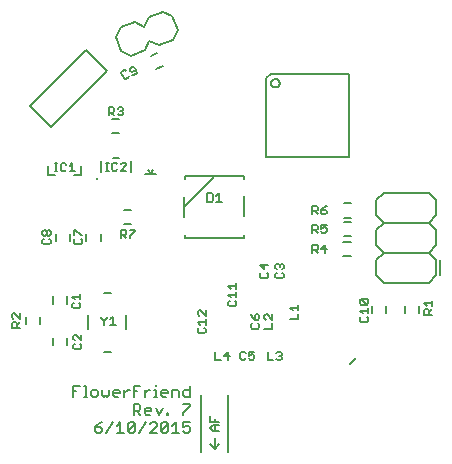
<source format=gto>
G75*
%MOIN*%
%OFA0B0*%
%FSLAX25Y25*%
%IPPOS*%
%LPD*%
%AMOC8*
5,1,8,0,0,1.08239X$1,22.5*
%
%ADD10C,0.00500*%
%ADD11C,0.00600*%
%ADD12C,0.00800*%
%ADD13C,0.01000*%
D10*
X0037906Y0057932D02*
X0039708Y0057932D01*
X0040158Y0058382D01*
X0040158Y0059283D01*
X0039708Y0059733D01*
X0040158Y0060878D02*
X0038357Y0062680D01*
X0037906Y0062680D01*
X0037456Y0062229D01*
X0037456Y0061328D01*
X0037906Y0060878D01*
X0037906Y0059733D02*
X0037456Y0059283D01*
X0037456Y0058382D01*
X0037906Y0057932D01*
X0040158Y0060878D02*
X0040158Y0062680D01*
X0046816Y0068226D02*
X0046816Y0068676D01*
X0046816Y0068226D02*
X0047716Y0067325D01*
X0047716Y0065974D01*
X0047716Y0067325D02*
X0048617Y0068226D01*
X0048617Y0068676D01*
X0049762Y0067776D02*
X0050663Y0068676D01*
X0050663Y0065974D01*
X0049762Y0065974D02*
X0051564Y0065974D01*
X0039829Y0072018D02*
X0039829Y0072918D01*
X0039378Y0073369D01*
X0039829Y0074514D02*
X0039829Y0076315D01*
X0039829Y0075414D02*
X0037127Y0075414D01*
X0038027Y0074514D01*
X0037577Y0073369D02*
X0037127Y0072918D01*
X0037127Y0072018D01*
X0037577Y0071567D01*
X0039378Y0071567D01*
X0039829Y0072018D01*
X0019569Y0069799D02*
X0019569Y0067998D01*
X0017768Y0069799D01*
X0017318Y0069799D01*
X0016867Y0069349D01*
X0016867Y0068448D01*
X0017318Y0067998D01*
X0017318Y0066853D02*
X0018218Y0066853D01*
X0018669Y0066403D01*
X0018669Y0065051D01*
X0019569Y0065051D02*
X0016867Y0065051D01*
X0016867Y0066403D01*
X0017318Y0066853D01*
X0018669Y0065952D02*
X0019569Y0066853D01*
X0027642Y0092807D02*
X0029444Y0092807D01*
X0029894Y0093258D01*
X0029894Y0094158D01*
X0029444Y0094609D01*
X0029444Y0095754D02*
X0028994Y0095754D01*
X0028543Y0096204D01*
X0028543Y0097105D01*
X0028994Y0097555D01*
X0029444Y0097555D01*
X0029894Y0097105D01*
X0029894Y0096204D01*
X0029444Y0095754D01*
X0028543Y0096204D02*
X0028093Y0095754D01*
X0027642Y0095754D01*
X0027192Y0096204D01*
X0027192Y0097105D01*
X0027642Y0097555D01*
X0028093Y0097555D01*
X0028543Y0097105D01*
X0027642Y0094609D02*
X0027192Y0094158D01*
X0027192Y0093258D01*
X0027642Y0092807D01*
X0037643Y0093374D02*
X0038094Y0092923D01*
X0039895Y0092923D01*
X0040346Y0093374D01*
X0040346Y0094274D01*
X0039895Y0094725D01*
X0039895Y0095870D02*
X0040346Y0095870D01*
X0039895Y0095870D02*
X0038094Y0097671D01*
X0037643Y0097671D01*
X0037643Y0095870D01*
X0038094Y0094725D02*
X0037643Y0094274D01*
X0037643Y0093374D01*
X0053290Y0094991D02*
X0053290Y0097693D01*
X0054641Y0097693D01*
X0055091Y0097243D01*
X0055091Y0096342D01*
X0054641Y0095892D01*
X0053290Y0095892D01*
X0054190Y0095892D02*
X0055091Y0094991D01*
X0056236Y0094991D02*
X0056236Y0095442D01*
X0058038Y0097243D01*
X0058038Y0097693D01*
X0056236Y0097693D01*
X0055079Y0117367D02*
X0053277Y0117367D01*
X0055079Y0119169D01*
X0055079Y0119619D01*
X0054628Y0120070D01*
X0053728Y0120070D01*
X0053277Y0119619D01*
X0052132Y0119619D02*
X0051682Y0120070D01*
X0050781Y0120070D01*
X0050331Y0119619D01*
X0050331Y0117818D01*
X0050781Y0117367D01*
X0051682Y0117367D01*
X0052132Y0117818D01*
X0049267Y0117367D02*
X0048366Y0117367D01*
X0048817Y0117367D02*
X0048817Y0120070D01*
X0049267Y0120070D02*
X0048366Y0120070D01*
X0038004Y0117156D02*
X0036202Y0117156D01*
X0037103Y0117156D02*
X0037103Y0119858D01*
X0036202Y0118957D01*
X0035057Y0119408D02*
X0034607Y0119858D01*
X0033706Y0119858D01*
X0033256Y0119408D01*
X0033256Y0117606D01*
X0033706Y0117156D01*
X0034607Y0117156D01*
X0035057Y0117606D01*
X0032192Y0117156D02*
X0031292Y0117156D01*
X0031742Y0117156D02*
X0031742Y0119858D01*
X0031292Y0119858D02*
X0032192Y0119858D01*
X0030145Y0131817D02*
X0048797Y0150469D01*
X0041559Y0157707D01*
X0022907Y0139055D01*
X0030145Y0131817D01*
X0049247Y0135812D02*
X0049247Y0138515D01*
X0050598Y0138515D01*
X0051048Y0138064D01*
X0051048Y0137164D01*
X0050598Y0136713D01*
X0049247Y0136713D01*
X0050147Y0136713D02*
X0051048Y0135812D01*
X0052193Y0136263D02*
X0052643Y0135812D01*
X0053544Y0135812D01*
X0053995Y0136263D01*
X0053995Y0136713D01*
X0053544Y0137164D01*
X0053094Y0137164D01*
X0053544Y0137164D02*
X0053995Y0137614D01*
X0053995Y0138064D01*
X0053544Y0138515D01*
X0052643Y0138515D01*
X0052193Y0138064D01*
X0054793Y0148006D02*
X0055626Y0148351D01*
X0055869Y0148939D01*
X0056927Y0149378D02*
X0057516Y0149134D01*
X0058348Y0149479D01*
X0058592Y0150067D01*
X0057902Y0151731D01*
X0057314Y0151975D01*
X0056482Y0151630D01*
X0056238Y0151042D01*
X0056410Y0150626D01*
X0056999Y0150382D01*
X0058247Y0150899D01*
X0055180Y0150604D02*
X0054592Y0150848D01*
X0053759Y0150503D01*
X0053516Y0149914D01*
X0054205Y0148250D01*
X0054793Y0148006D01*
X0082190Y0109781D02*
X0083541Y0109781D01*
X0083991Y0109330D01*
X0083991Y0107529D01*
X0083541Y0107079D01*
X0082190Y0107079D01*
X0082190Y0109781D01*
X0085136Y0108880D02*
X0086037Y0109781D01*
X0086037Y0107079D01*
X0085136Y0107079D02*
X0086938Y0107079D01*
X0099727Y0085818D02*
X0101079Y0084467D01*
X0101079Y0086268D01*
X0102430Y0085818D02*
X0099727Y0085818D01*
X0100178Y0083322D02*
X0099727Y0082871D01*
X0099727Y0081971D01*
X0100178Y0081520D01*
X0101979Y0081520D01*
X0102430Y0081971D01*
X0102430Y0082871D01*
X0101979Y0083322D01*
X0104850Y0082867D02*
X0104850Y0081966D01*
X0105300Y0081516D01*
X0107101Y0081516D01*
X0107552Y0081966D01*
X0107552Y0082867D01*
X0107101Y0083318D01*
X0107101Y0084463D02*
X0107552Y0084913D01*
X0107552Y0085814D01*
X0107101Y0086264D01*
X0106651Y0086264D01*
X0106201Y0085814D01*
X0106201Y0085363D01*
X0106201Y0085814D02*
X0105750Y0086264D01*
X0105300Y0086264D01*
X0104850Y0085814D01*
X0104850Y0084913D01*
X0105300Y0084463D01*
X0105300Y0083318D02*
X0104850Y0082867D01*
X0112408Y0072658D02*
X0112408Y0070856D01*
X0112408Y0071757D02*
X0109706Y0071757D01*
X0110607Y0070856D01*
X0112408Y0069711D02*
X0112408Y0067910D01*
X0109706Y0067910D01*
X0103842Y0067711D02*
X0102040Y0069513D01*
X0101590Y0069513D01*
X0101140Y0069062D01*
X0101140Y0068162D01*
X0101590Y0067711D01*
X0103842Y0067711D02*
X0103842Y0069513D01*
X0103842Y0066566D02*
X0103842Y0064765D01*
X0101140Y0064765D01*
X0099323Y0065164D02*
X0099323Y0066064D01*
X0098873Y0066515D01*
X0098873Y0067660D02*
X0099323Y0068110D01*
X0099323Y0069011D01*
X0098873Y0069461D01*
X0098423Y0069461D01*
X0097972Y0069011D01*
X0097972Y0067660D01*
X0098873Y0067660D01*
X0097972Y0067660D02*
X0097071Y0068561D01*
X0096621Y0069461D01*
X0097071Y0066515D02*
X0096621Y0066064D01*
X0096621Y0065164D01*
X0097071Y0064713D01*
X0098873Y0064713D01*
X0099323Y0065164D01*
X0091843Y0072644D02*
X0091843Y0073545D01*
X0091393Y0073995D01*
X0091843Y0075140D02*
X0091843Y0076942D01*
X0091843Y0076041D02*
X0089141Y0076041D01*
X0090041Y0075140D01*
X0089591Y0073995D02*
X0089141Y0073545D01*
X0089141Y0072644D01*
X0089591Y0072194D01*
X0091393Y0072194D01*
X0091843Y0072644D01*
X0091843Y0078087D02*
X0091843Y0079888D01*
X0091843Y0078987D02*
X0089141Y0078987D01*
X0090041Y0078087D01*
X0081607Y0070833D02*
X0081607Y0069031D01*
X0079805Y0070833D01*
X0079355Y0070833D01*
X0078904Y0070383D01*
X0078904Y0069482D01*
X0079355Y0069031D01*
X0078904Y0066986D02*
X0081607Y0066986D01*
X0081607Y0066085D02*
X0081607Y0067887D01*
X0079805Y0066085D02*
X0078904Y0066986D01*
X0079355Y0064940D02*
X0078904Y0064490D01*
X0078904Y0063589D01*
X0079355Y0063138D01*
X0081156Y0063138D01*
X0081607Y0063589D01*
X0081607Y0064490D01*
X0081156Y0064940D01*
X0084826Y0057092D02*
X0084826Y0054389D01*
X0086627Y0054389D01*
X0087772Y0055740D02*
X0089574Y0055740D01*
X0089124Y0054389D02*
X0089124Y0057092D01*
X0087772Y0055740D01*
X0093094Y0054840D02*
X0093544Y0054389D01*
X0094445Y0054389D01*
X0094895Y0054840D01*
X0096040Y0054840D02*
X0096491Y0054389D01*
X0097391Y0054389D01*
X0097842Y0054840D01*
X0097842Y0055740D01*
X0097391Y0056191D01*
X0096941Y0056191D01*
X0096040Y0055740D01*
X0096040Y0057092D01*
X0097842Y0057092D01*
X0094895Y0056641D02*
X0094445Y0057092D01*
X0093544Y0057092D01*
X0093094Y0056641D01*
X0093094Y0054840D01*
X0102216Y0054268D02*
X0104017Y0054268D01*
X0105162Y0054719D02*
X0105613Y0054268D01*
X0106513Y0054268D01*
X0106964Y0054719D01*
X0106964Y0055169D01*
X0106513Y0055619D01*
X0106063Y0055619D01*
X0106513Y0055619D02*
X0106964Y0056070D01*
X0106964Y0056520D01*
X0106513Y0056971D01*
X0105613Y0056971D01*
X0105162Y0056520D01*
X0102216Y0056971D02*
X0102216Y0054268D01*
X0084542Y0034609D02*
X0084542Y0033708D01*
X0084542Y0032563D02*
X0084542Y0030762D01*
X0084092Y0030762D02*
X0085893Y0030762D01*
X0084092Y0030762D02*
X0083191Y0031662D01*
X0084092Y0032563D01*
X0085893Y0032563D01*
X0085893Y0033708D02*
X0083191Y0033708D01*
X0083191Y0035510D01*
X0132967Y0067323D02*
X0133417Y0066873D01*
X0135219Y0066873D01*
X0135669Y0067323D01*
X0135669Y0068224D01*
X0135219Y0068674D01*
X0135669Y0069819D02*
X0135669Y0071621D01*
X0135669Y0070720D02*
X0132967Y0070720D01*
X0133868Y0069819D01*
X0133417Y0068674D02*
X0132967Y0068224D01*
X0132967Y0067323D01*
X0133417Y0072766D02*
X0132967Y0073216D01*
X0132967Y0074117D01*
X0133417Y0074567D01*
X0135219Y0072766D01*
X0135669Y0073216D01*
X0135669Y0074117D01*
X0135219Y0074567D01*
X0133417Y0074567D01*
X0133417Y0072766D02*
X0135219Y0072766D01*
X0121483Y0089975D02*
X0121483Y0092678D01*
X0120132Y0091326D01*
X0121934Y0091326D01*
X0118987Y0091326D02*
X0118537Y0090876D01*
X0117186Y0090876D01*
X0118086Y0090876D02*
X0118987Y0089975D01*
X0118987Y0091326D02*
X0118987Y0092227D01*
X0118537Y0092678D01*
X0117186Y0092678D01*
X0117186Y0089975D01*
X0117121Y0096727D02*
X0117121Y0099429D01*
X0118472Y0099429D01*
X0118923Y0098978D01*
X0118923Y0098078D01*
X0118472Y0097627D01*
X0117121Y0097627D01*
X0118022Y0097627D02*
X0118923Y0096727D01*
X0120068Y0097177D02*
X0120518Y0096727D01*
X0121419Y0096727D01*
X0121869Y0097177D01*
X0121869Y0098078D01*
X0121419Y0098528D01*
X0120968Y0098528D01*
X0120068Y0098078D01*
X0120068Y0099429D01*
X0121869Y0099429D01*
X0121419Y0102968D02*
X0121869Y0103418D01*
X0121869Y0103868D01*
X0121419Y0104319D01*
X0120068Y0104319D01*
X0120068Y0103418D01*
X0120518Y0102968D01*
X0121419Y0102968D01*
X0120068Y0104319D02*
X0120969Y0105219D01*
X0121869Y0105670D01*
X0118923Y0105219D02*
X0118923Y0104319D01*
X0118472Y0103868D01*
X0117121Y0103868D01*
X0117121Y0102968D02*
X0117121Y0105670D01*
X0118472Y0105670D01*
X0118923Y0105219D01*
X0118022Y0103868D02*
X0118923Y0102968D01*
X0154324Y0073162D02*
X0157027Y0073162D01*
X0157027Y0072261D02*
X0157027Y0074063D01*
X0155225Y0072261D02*
X0154324Y0073162D01*
X0154775Y0071116D02*
X0155675Y0071116D01*
X0156126Y0070666D01*
X0156126Y0069315D01*
X0156126Y0070215D02*
X0157027Y0071116D01*
X0157027Y0069315D02*
X0154324Y0069315D01*
X0154324Y0070666D01*
X0154775Y0071116D01*
D11*
X0037306Y0045477D02*
X0037306Y0042074D01*
X0037306Y0043776D02*
X0038440Y0043776D01*
X0037306Y0045477D02*
X0039574Y0045477D01*
X0040989Y0045477D02*
X0041556Y0045477D01*
X0041556Y0042074D01*
X0040989Y0042074D02*
X0042123Y0042074D01*
X0043444Y0042641D02*
X0043444Y0043776D01*
X0044011Y0044343D01*
X0045146Y0044343D01*
X0045713Y0043776D01*
X0045713Y0042641D01*
X0045146Y0042074D01*
X0044011Y0042074D01*
X0043444Y0042641D01*
X0047127Y0042641D02*
X0047694Y0042074D01*
X0048262Y0042641D01*
X0048829Y0042074D01*
X0049396Y0042641D01*
X0049396Y0044343D01*
X0050810Y0043776D02*
X0050810Y0042641D01*
X0051378Y0042074D01*
X0052512Y0042074D01*
X0053079Y0043209D02*
X0050810Y0043209D01*
X0050810Y0043776D02*
X0051378Y0044343D01*
X0052512Y0044343D01*
X0053079Y0043776D01*
X0053079Y0043209D01*
X0054494Y0043209D02*
X0055628Y0044343D01*
X0056195Y0044343D01*
X0057563Y0043776D02*
X0058697Y0043776D01*
X0057563Y0045477D02*
X0057563Y0042074D01*
X0057563Y0039477D02*
X0059264Y0039477D01*
X0059831Y0038910D01*
X0059831Y0037776D01*
X0059264Y0037209D01*
X0057563Y0037209D01*
X0058697Y0037209D02*
X0059831Y0036074D01*
X0061246Y0036641D02*
X0061246Y0037776D01*
X0061813Y0038343D01*
X0062947Y0038343D01*
X0063515Y0037776D01*
X0063515Y0037209D01*
X0061246Y0037209D01*
X0061246Y0036641D02*
X0061813Y0036074D01*
X0062947Y0036074D01*
X0064929Y0038343D02*
X0066063Y0036074D01*
X0067198Y0038343D01*
X0068612Y0036641D02*
X0069179Y0036641D01*
X0069179Y0036074D01*
X0068612Y0036074D01*
X0068612Y0036641D01*
X0068472Y0033477D02*
X0067338Y0033477D01*
X0066771Y0032910D01*
X0066771Y0030641D01*
X0069039Y0032910D01*
X0069039Y0030641D01*
X0068472Y0030074D01*
X0067338Y0030074D01*
X0066771Y0030641D01*
X0065356Y0030074D02*
X0063088Y0030074D01*
X0065356Y0032343D01*
X0065356Y0032910D01*
X0064789Y0033477D01*
X0063655Y0033477D01*
X0063088Y0032910D01*
X0061673Y0033477D02*
X0059404Y0030074D01*
X0057990Y0030641D02*
X0057423Y0030074D01*
X0056288Y0030074D01*
X0055721Y0030641D01*
X0057990Y0032910D01*
X0057990Y0030641D01*
X0055721Y0030641D02*
X0055721Y0032910D01*
X0056288Y0033477D01*
X0057423Y0033477D01*
X0057990Y0032910D01*
X0057563Y0036074D02*
X0057563Y0039477D01*
X0054494Y0042074D02*
X0054494Y0044343D01*
X0057563Y0045477D02*
X0059831Y0045477D01*
X0061246Y0044343D02*
X0061246Y0042074D01*
X0061246Y0043209D02*
X0062380Y0044343D01*
X0062947Y0044343D01*
X0064315Y0044343D02*
X0064882Y0044343D01*
X0064882Y0042074D01*
X0064315Y0042074D02*
X0065450Y0042074D01*
X0066771Y0042641D02*
X0066771Y0043776D01*
X0067338Y0044343D01*
X0068472Y0044343D01*
X0069039Y0043776D01*
X0069039Y0043209D01*
X0066771Y0043209D01*
X0066771Y0042641D02*
X0067338Y0042074D01*
X0068472Y0042074D01*
X0070454Y0042074D02*
X0070454Y0044343D01*
X0072155Y0044343D01*
X0072722Y0043776D01*
X0072722Y0042074D01*
X0074137Y0042641D02*
X0074137Y0043776D01*
X0074704Y0044343D01*
X0076406Y0044343D01*
X0076406Y0045477D02*
X0076406Y0042074D01*
X0074704Y0042074D01*
X0074137Y0042641D01*
X0074137Y0039477D02*
X0076406Y0039477D01*
X0076406Y0038910D01*
X0074137Y0036641D01*
X0074137Y0036074D01*
X0074137Y0033477D02*
X0074137Y0031776D01*
X0075271Y0032343D01*
X0075838Y0032343D01*
X0076406Y0031776D01*
X0076406Y0030641D01*
X0075838Y0030074D01*
X0074704Y0030074D01*
X0074137Y0030641D01*
X0072722Y0030074D02*
X0070454Y0030074D01*
X0071588Y0030074D02*
X0071588Y0033477D01*
X0070454Y0032343D01*
X0069039Y0032910D02*
X0068472Y0033477D01*
X0074137Y0033477D02*
X0076406Y0033477D01*
X0064882Y0045477D02*
X0064882Y0046044D01*
X0053172Y0033477D02*
X0053172Y0030074D01*
X0052038Y0030074D02*
X0054307Y0030074D01*
X0052038Y0032343D02*
X0053172Y0033477D01*
X0050624Y0033477D02*
X0048355Y0030074D01*
X0046940Y0030641D02*
X0046940Y0031209D01*
X0046373Y0031776D01*
X0044672Y0031776D01*
X0044672Y0030641D01*
X0045239Y0030074D01*
X0046373Y0030074D01*
X0046940Y0030641D01*
X0045806Y0032910D02*
X0044672Y0031776D01*
X0045806Y0032910D02*
X0046940Y0033477D01*
X0047127Y0042641D02*
X0047127Y0044343D01*
X0035394Y0059302D02*
X0035394Y0061664D01*
X0030670Y0061664D02*
X0030670Y0059302D01*
X0026373Y0066163D02*
X0026373Y0068526D01*
X0021649Y0068526D02*
X0021649Y0066163D01*
X0030670Y0073081D02*
X0030670Y0075444D01*
X0035394Y0075444D02*
X0035394Y0073081D01*
X0036313Y0093818D02*
X0036313Y0096180D01*
X0031588Y0096180D02*
X0031588Y0093818D01*
X0041843Y0093827D02*
X0041843Y0096190D01*
X0046567Y0096190D02*
X0046567Y0093827D01*
X0054292Y0099491D02*
X0056654Y0099491D01*
X0056654Y0104216D02*
X0054292Y0104216D01*
X0052789Y0129826D02*
X0050427Y0129826D01*
X0050427Y0134550D02*
X0052789Y0134550D01*
X0065128Y0151231D02*
X0067311Y0152135D01*
X0065503Y0156500D02*
X0063320Y0155596D01*
X0101841Y0148138D02*
X0101841Y0121937D01*
X0129440Y0121937D01*
X0129440Y0149535D01*
X0103239Y0149535D01*
X0101841Y0148138D01*
X0103427Y0146536D02*
X0103429Y0146611D01*
X0103435Y0146685D01*
X0103445Y0146759D01*
X0103458Y0146832D01*
X0103476Y0146905D01*
X0103497Y0146976D01*
X0103522Y0147047D01*
X0103551Y0147116D01*
X0103584Y0147183D01*
X0103620Y0147248D01*
X0103659Y0147312D01*
X0103701Y0147373D01*
X0103747Y0147432D01*
X0103796Y0147489D01*
X0103848Y0147542D01*
X0103902Y0147593D01*
X0103959Y0147642D01*
X0104019Y0147686D01*
X0104081Y0147728D01*
X0104145Y0147767D01*
X0104211Y0147802D01*
X0104278Y0147833D01*
X0104348Y0147861D01*
X0104418Y0147885D01*
X0104490Y0147906D01*
X0104563Y0147922D01*
X0104636Y0147935D01*
X0104711Y0147944D01*
X0104785Y0147949D01*
X0104860Y0147950D01*
X0104934Y0147947D01*
X0105009Y0147940D01*
X0105082Y0147929D01*
X0105156Y0147915D01*
X0105228Y0147896D01*
X0105299Y0147874D01*
X0105369Y0147848D01*
X0105438Y0147818D01*
X0105504Y0147785D01*
X0105569Y0147748D01*
X0105632Y0147708D01*
X0105693Y0147664D01*
X0105751Y0147618D01*
X0105807Y0147568D01*
X0105860Y0147516D01*
X0105911Y0147461D01*
X0105958Y0147403D01*
X0106002Y0147343D01*
X0106043Y0147280D01*
X0106081Y0147216D01*
X0106115Y0147150D01*
X0106146Y0147081D01*
X0106173Y0147012D01*
X0106196Y0146941D01*
X0106215Y0146869D01*
X0106231Y0146796D01*
X0106243Y0146722D01*
X0106251Y0146648D01*
X0106255Y0146573D01*
X0106255Y0146499D01*
X0106251Y0146424D01*
X0106243Y0146350D01*
X0106231Y0146276D01*
X0106215Y0146203D01*
X0106196Y0146131D01*
X0106173Y0146060D01*
X0106146Y0145991D01*
X0106115Y0145922D01*
X0106081Y0145856D01*
X0106043Y0145792D01*
X0106002Y0145729D01*
X0105958Y0145669D01*
X0105911Y0145611D01*
X0105860Y0145556D01*
X0105807Y0145504D01*
X0105751Y0145454D01*
X0105693Y0145408D01*
X0105632Y0145364D01*
X0105569Y0145324D01*
X0105504Y0145287D01*
X0105438Y0145254D01*
X0105369Y0145224D01*
X0105299Y0145198D01*
X0105228Y0145176D01*
X0105156Y0145157D01*
X0105082Y0145143D01*
X0105009Y0145132D01*
X0104934Y0145125D01*
X0104860Y0145122D01*
X0104785Y0145123D01*
X0104711Y0145128D01*
X0104636Y0145137D01*
X0104563Y0145150D01*
X0104490Y0145166D01*
X0104418Y0145187D01*
X0104348Y0145211D01*
X0104278Y0145239D01*
X0104211Y0145270D01*
X0104145Y0145305D01*
X0104081Y0145344D01*
X0104019Y0145386D01*
X0103959Y0145430D01*
X0103902Y0145479D01*
X0103848Y0145530D01*
X0103796Y0145583D01*
X0103747Y0145640D01*
X0103701Y0145699D01*
X0103659Y0145760D01*
X0103620Y0145824D01*
X0103584Y0145889D01*
X0103551Y0145956D01*
X0103522Y0146025D01*
X0103497Y0146096D01*
X0103476Y0146167D01*
X0103458Y0146240D01*
X0103445Y0146313D01*
X0103435Y0146387D01*
X0103429Y0146461D01*
X0103427Y0146536D01*
X0127592Y0106441D02*
X0129954Y0106441D01*
X0129954Y0101716D02*
X0127592Y0101716D01*
X0127624Y0100229D02*
X0129986Y0100229D01*
X0129986Y0095505D02*
X0127624Y0095505D01*
X0127508Y0093630D02*
X0129870Y0093630D01*
X0129870Y0088906D02*
X0127508Y0088906D01*
X0136969Y0072294D02*
X0136969Y0069932D01*
X0141693Y0069932D02*
X0141693Y0072294D01*
X0147993Y0072294D02*
X0147993Y0069932D01*
X0152717Y0069932D02*
X0152717Y0072294D01*
D12*
X0155961Y0079976D02*
X0140961Y0079976D01*
X0138461Y0082476D01*
X0138461Y0087476D01*
X0140961Y0089976D01*
X0155961Y0089976D01*
X0158461Y0092476D01*
X0158461Y0097476D01*
X0155961Y0099976D01*
X0140961Y0099976D01*
X0138461Y0102476D01*
X0138461Y0107476D01*
X0140961Y0109976D01*
X0155961Y0109976D01*
X0158461Y0107476D01*
X0158461Y0102476D01*
X0155961Y0099976D01*
X0155961Y0089976D02*
X0158461Y0087476D01*
X0158461Y0082476D01*
X0155961Y0079976D01*
X0159780Y0082476D02*
X0159780Y0087476D01*
X0140961Y0089976D02*
X0138461Y0092476D01*
X0138461Y0097476D01*
X0140961Y0099976D01*
X0131576Y0054966D02*
X0129607Y0052998D01*
X0094260Y0095034D02*
X0094060Y0095034D01*
X0094060Y0095054D01*
X0074570Y0095054D01*
X0074570Y0095964D01*
X0074460Y0101934D02*
X0074460Y0105334D01*
X0084460Y0115334D01*
X0094140Y0115534D02*
X0094140Y0115544D01*
X0074580Y0115544D01*
X0074580Y0114654D01*
X0074460Y0108734D02*
X0074460Y0105334D01*
X0065024Y0116428D02*
X0063213Y0116428D01*
X0062293Y0117649D01*
X0061402Y0116428D02*
X0063213Y0116428D01*
X0063313Y0116489D02*
X0064073Y0117649D01*
X0056612Y0117058D02*
X0056612Y0120439D01*
X0052668Y0121539D02*
X0050555Y0121539D01*
X0046612Y0120439D02*
X0046612Y0117058D01*
X0040159Y0115892D02*
X0040159Y0119042D01*
X0040159Y0115892D02*
X0037797Y0115892D01*
X0031498Y0115892D02*
X0029136Y0115892D01*
X0029136Y0119042D01*
X0053458Y0157240D02*
X0056665Y0155751D01*
X0061361Y0157469D01*
X0062849Y0160676D01*
X0066056Y0159188D01*
X0070752Y0160906D01*
X0072240Y0164113D01*
X0070522Y0168808D01*
X0067315Y0170297D01*
X0062620Y0168579D01*
X0061131Y0165372D01*
X0057924Y0166860D01*
X0053229Y0165142D01*
X0051740Y0161935D01*
X0053458Y0157240D01*
X0094140Y0115534D02*
X0094340Y0115534D01*
X0094340Y0114464D01*
X0094460Y0108834D02*
X0094460Y0102134D01*
X0094260Y0096034D02*
X0094260Y0095034D01*
X0055094Y0069223D02*
X0055094Y0064498D01*
X0049976Y0057018D02*
X0047614Y0057018D01*
X0042496Y0064498D02*
X0042496Y0069223D01*
X0047614Y0076703D02*
X0049976Y0076703D01*
X0080111Y0042693D02*
X0080111Y0023693D01*
X0083111Y0026193D02*
X0084611Y0024693D01*
X0086111Y0026193D01*
X0084611Y0024693D02*
X0084611Y0028193D01*
X0089111Y0023693D02*
X0089111Y0042693D01*
D13*
X0045312Y0114749D03*
M02*

</source>
